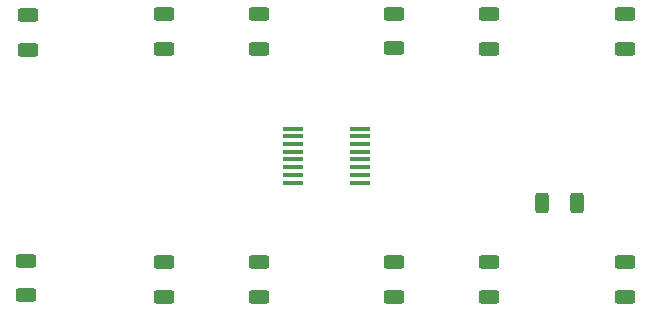
<source format=gbr>
%TF.GenerationSoftware,KiCad,Pcbnew,6.0.11-3.fc37*%
%TF.CreationDate,2023-02-25T11:33:27-07:00*%
%TF.ProjectId,lightPCB,6c696768-7450-4434-922e-6b696361645f,rev?*%
%TF.SameCoordinates,PX69db9c0PY6779420*%
%TF.FileFunction,Paste,Top*%
%TF.FilePolarity,Positive*%
%FSLAX46Y46*%
G04 Gerber Fmt 4.6, Leading zero omitted, Abs format (unit mm)*
G04 Created by KiCad (PCBNEW 6.0.11-3.fc37) date 2023-02-25 11:33:27*
%MOMM*%
%LPD*%
G01*
G04 APERTURE LIST*
G04 Aperture macros list*
%AMRoundRect*
0 Rectangle with rounded corners*
0 $1 Rounding radius*
0 $2 $3 $4 $5 $6 $7 $8 $9 X,Y pos of 4 corners*
0 Add a 4 corners polygon primitive as box body*
4,1,4,$2,$3,$4,$5,$6,$7,$8,$9,$2,$3,0*
0 Add four circle primitives for the rounded corners*
1,1,$1+$1,$2,$3*
1,1,$1+$1,$4,$5*
1,1,$1+$1,$6,$7*
1,1,$1+$1,$8,$9*
0 Add four rect primitives between the rounded corners*
20,1,$1+$1,$2,$3,$4,$5,0*
20,1,$1+$1,$4,$5,$6,$7,0*
20,1,$1+$1,$6,$7,$8,$9,0*
20,1,$1+$1,$8,$9,$2,$3,0*%
G04 Aperture macros list end*
%ADD10RoundRect,0.250000X0.625000X-0.312500X0.625000X0.312500X-0.625000X0.312500X-0.625000X-0.312500X0*%
%ADD11RoundRect,0.250000X0.312500X0.625000X-0.312500X0.625000X-0.312500X-0.625000X0.312500X-0.625000X0*%
%ADD12R,1.676400X0.355600*%
G04 APERTURE END LIST*
D10*
%TO.C,R12*%
X55000000Y24037500D03*
X55000000Y26962500D03*
%TD*%
%TO.C,R9*%
X55000000Y3037500D03*
X55000000Y5962500D03*
%TD*%
%TO.C,R1*%
X4300000Y3175000D03*
X4300000Y6100000D03*
%TD*%
%TO.C,R11*%
X35500000Y24075000D03*
X35500000Y27000000D03*
%TD*%
%TO.C,R7*%
X16000000Y3037500D03*
X16000000Y5962500D03*
%TD*%
%TO.C,R10*%
X16000000Y24037500D03*
X16000000Y26962500D03*
%TD*%
%TO.C,R4*%
X4500000Y23987500D03*
X4500000Y26912500D03*
%TD*%
%TO.C,R5*%
X24000000Y24037500D03*
X24000000Y26962500D03*
%TD*%
D11*
%TO.C,R13*%
X50962500Y11000000D03*
X48037500Y11000000D03*
%TD*%
D10*
%TO.C,R3*%
X43500000Y3037500D03*
X43500000Y5962500D03*
%TD*%
%TO.C,R2*%
X24000000Y3037500D03*
X24000000Y5962500D03*
%TD*%
D12*
%TO.C,U1*%
X26925568Y17274999D03*
X26925568Y16625001D03*
X26925568Y15974999D03*
X26925568Y15325001D03*
X26925568Y14675002D03*
X26925568Y14025001D03*
X26925568Y13375002D03*
X26925568Y12725001D03*
X32564368Y12725001D03*
X32564368Y13374999D03*
X32564368Y14025001D03*
X32564368Y14674999D03*
X32564368Y15324998D03*
X32564368Y15974999D03*
X32564368Y16624998D03*
X32564368Y17274999D03*
%TD*%
D10*
%TO.C,R6*%
X43500000Y24037500D03*
X43500000Y26962500D03*
%TD*%
%TO.C,R8*%
X35500000Y3037500D03*
X35500000Y5962500D03*
%TD*%
M02*

</source>
